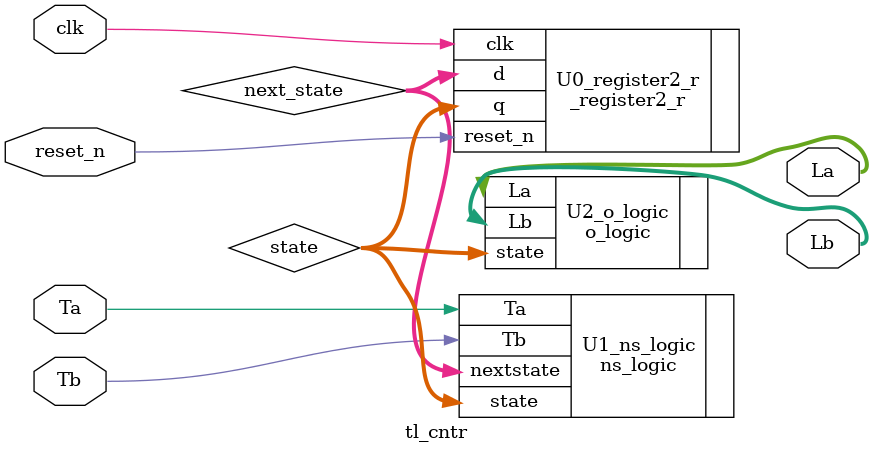
<source format=v>
module tl_cntr(clk, reset_n, Ta, Tb, La, Lb);
	input clk, reset_n, Ta, Tb;		// 4 inputs
	output [1:0] La, Lb;					// 2bits 2 inputs

	wire		[1:0]	next_state;			// use 2bits wire
	wire		[1:0]	state;				// use 2bits wire

	_register2_r U0_register2_r(.clk(clk), .reset_n(reset_n), .d(next_state), .q(state));		//instance by using register2_r, ns_logic and o_logic
	ns_logic U1_ns_logic(.Ta(Ta), .Tb(Tb), .state(state), .nextstate(next_state));
	o_logic U2_o_logic(.state(state), .La(La), .Lb(Lb));

endmodule

</source>
